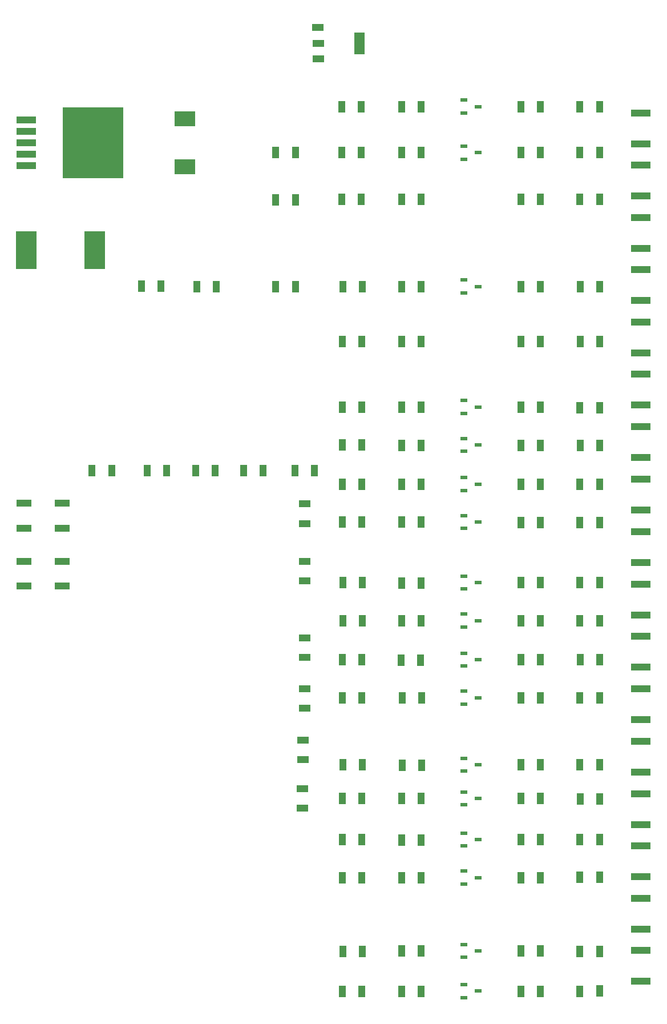
<source format=gbr>
%FSLAX34Y34*%
%MOMM*%
%LNSMDMASK_TOP*%
G71*
G01*
%ADD10R, 3.15X2.20*%
%ADD11R, 3.10X5.60*%
%ADD12R, 2.30X1.10*%
%ADD13R, 3.00X1.00*%
%ADD14R, 9.00X10.60*%
%ADD15R, 1.00X1.80*%
%ADD16R, 1.80X1.00*%
%ADD17R, 3.00X1.10*%
%ADD18R, 1.00X0.60*%
%ADD19R, 1.70X1.00*%
%ADD20R, 1.60X3.30*%
%LPD*%
X384175Y-252600D02*
G54D10*
D03*
X384175Y-181956D02*
G54D10*
D03*
X149225Y-376425D02*
G54D11*
D03*
X250031Y-376425D02*
G54D11*
D03*
X202406Y-788382D02*
G54D12*
D03*
X145256Y-788382D02*
G54D12*
D03*
X145256Y-751869D02*
G54D12*
D03*
X202406Y-751869D02*
G54D12*
D03*
X202406Y-874106D02*
G54D12*
D03*
X145256Y-874106D02*
G54D12*
D03*
X145256Y-837594D02*
G54D12*
D03*
X202406Y-837594D02*
G54D12*
D03*
X148431Y-183544D02*
G54D13*
D03*
X148431Y-200213D02*
G54D13*
D03*
X148431Y-216882D02*
G54D13*
D03*
X148431Y-234344D02*
G54D13*
D03*
X148431Y-251013D02*
G54D13*
D03*
X247650Y-216882D02*
G54D14*
D03*
X645715Y-163700D02*
G54D15*
D03*
X616789Y-163705D02*
G54D15*
D03*
X734615Y-163700D02*
G54D15*
D03*
X705689Y-163705D02*
G54D15*
D03*
X734615Y-231963D02*
G54D15*
D03*
X705689Y-231968D02*
G54D15*
D03*
X645715Y-231963D02*
G54D15*
D03*
X616789Y-231968D02*
G54D15*
D03*
X548084Y-231963D02*
G54D15*
D03*
X519158Y-231968D02*
G54D15*
D03*
X548084Y-301813D02*
G54D15*
D03*
X519158Y-301818D02*
G54D15*
D03*
X646112Y-301416D02*
G54D15*
D03*
X617186Y-301421D02*
G54D15*
D03*
X734615Y-301019D02*
G54D15*
D03*
X705689Y-301024D02*
G54D15*
D03*
X548084Y-430400D02*
G54D15*
D03*
X519158Y-430405D02*
G54D15*
D03*
X647303Y-430400D02*
G54D15*
D03*
X618377Y-430405D02*
G54D15*
D03*
X734615Y-430400D02*
G54D15*
D03*
X705689Y-430405D02*
G54D15*
D03*
X646906Y-512156D02*
G54D15*
D03*
X617980Y-512161D02*
G54D15*
D03*
X734615Y-512156D02*
G54D15*
D03*
X705689Y-512161D02*
G54D15*
D03*
X912018Y-430400D02*
G54D15*
D03*
X883092Y-430405D02*
G54D15*
D03*
X999728Y-430400D02*
G54D15*
D03*
X970802Y-430405D02*
G54D15*
D03*
X999728Y-511760D02*
G54D15*
D03*
X970802Y-511764D02*
G54D15*
D03*
X911622Y-511760D02*
G54D15*
D03*
X882696Y-511764D02*
G54D15*
D03*
X911622Y-608994D02*
G54D15*
D03*
X882696Y-608999D02*
G54D15*
D03*
X999331Y-609788D02*
G54D15*
D03*
X970405Y-609792D02*
G54D15*
D03*
X999728Y-665747D02*
G54D15*
D03*
X970802Y-665752D02*
G54D15*
D03*
X911622Y-665747D02*
G54D15*
D03*
X882696Y-665752D02*
G54D15*
D03*
X912018Y-723294D02*
G54D15*
D03*
X883092Y-723299D02*
G54D15*
D03*
X911622Y-780047D02*
G54D15*
D03*
X882696Y-780052D02*
G54D15*
D03*
X999331Y-723294D02*
G54D15*
D03*
X970405Y-723299D02*
G54D15*
D03*
X999331Y-780047D02*
G54D15*
D03*
X970405Y-780052D02*
G54D15*
D03*
X912018Y-869344D02*
G54D15*
D03*
X883092Y-869349D02*
G54D15*
D03*
X999331Y-869344D02*
G54D15*
D03*
X970405Y-869349D02*
G54D15*
D03*
X999331Y-925700D02*
G54D15*
D03*
X970405Y-925705D02*
G54D15*
D03*
X999728Y-983644D02*
G54D15*
D03*
X970802Y-983649D02*
G54D15*
D03*
X999331Y-1040000D02*
G54D15*
D03*
X970405Y-1040005D02*
G54D15*
D03*
X912018Y-983644D02*
G54D15*
D03*
X883092Y-983649D02*
G54D15*
D03*
X912018Y-1040000D02*
G54D15*
D03*
X883092Y-1040005D02*
G54D15*
D03*
X912018Y-1139219D02*
G54D15*
D03*
X883092Y-1139224D02*
G54D15*
D03*
X999331Y-1139616D02*
G54D15*
D03*
X970405Y-1139620D02*
G54D15*
D03*
X912018Y-1189225D02*
G54D15*
D03*
X883092Y-1189230D02*
G54D15*
D03*
X999728Y-1190019D02*
G54D15*
D03*
X970802Y-1190024D02*
G54D15*
D03*
X912018Y-1250344D02*
G54D15*
D03*
X883092Y-1250349D02*
G54D15*
D03*
X999331Y-1250344D02*
G54D15*
D03*
X970405Y-1250349D02*
G54D15*
D03*
X999331Y-1305906D02*
G54D15*
D03*
X970405Y-1305911D02*
G54D15*
D03*
X912018Y-1306700D02*
G54D15*
D03*
X883092Y-1306705D02*
G54D15*
D03*
X912018Y-1415444D02*
G54D15*
D03*
X883092Y-1415449D02*
G54D15*
D03*
X999331Y-1416238D02*
G54D15*
D03*
X970405Y-1416242D02*
G54D15*
D03*
X999331Y-1474975D02*
G54D15*
D03*
X970405Y-1474980D02*
G54D15*
D03*
X912018Y-1475372D02*
G54D15*
D03*
X883092Y-1475377D02*
G54D15*
D03*
X647303Y-1415841D02*
G54D15*
D03*
X618377Y-1415846D02*
G54D15*
D03*
X734615Y-1415444D02*
G54D15*
D03*
X705689Y-1415449D02*
G54D15*
D03*
X734615Y-1475372D02*
G54D15*
D03*
X705689Y-1475377D02*
G54D15*
D03*
X646906Y-1475372D02*
G54D15*
D03*
X617980Y-1475377D02*
G54D15*
D03*
X646906Y-608994D02*
G54D15*
D03*
X617980Y-608999D02*
G54D15*
D03*
X734615Y-609391D02*
G54D15*
D03*
X705689Y-609396D02*
G54D15*
D03*
X734615Y-665747D02*
G54D15*
D03*
X705689Y-665752D02*
G54D15*
D03*
X646906Y-665350D02*
G54D15*
D03*
X617980Y-665355D02*
G54D15*
D03*
X646906Y-723294D02*
G54D15*
D03*
X617980Y-723299D02*
G54D15*
D03*
X734615Y-723691D02*
G54D15*
D03*
X705689Y-723696D02*
G54D15*
D03*
X646906Y-779650D02*
G54D15*
D03*
X617980Y-779655D02*
G54D15*
D03*
X734615Y-779650D02*
G54D15*
D03*
X705689Y-779655D02*
G54D15*
D03*
X647303Y-869344D02*
G54D15*
D03*
X618377Y-869349D02*
G54D15*
D03*
X734615Y-869741D02*
G54D15*
D03*
X705689Y-869746D02*
G54D15*
D03*
X647303Y-925700D02*
G54D15*
D03*
X618377Y-925705D02*
G54D15*
D03*
X734615Y-925700D02*
G54D15*
D03*
X705689Y-925705D02*
G54D15*
D03*
X646906Y-983644D02*
G54D15*
D03*
X617980Y-983649D02*
G54D15*
D03*
X734218Y-984041D02*
G54D15*
D03*
X705292Y-984046D02*
G54D15*
D03*
X735409Y-1040397D02*
G54D15*
D03*
X706483Y-1040402D02*
G54D15*
D03*
X646906Y-1040000D02*
G54D15*
D03*
X617980Y-1040005D02*
G54D15*
D03*
X735409Y-1140013D02*
G54D15*
D03*
X706483Y-1140018D02*
G54D15*
D03*
X647303Y-1139219D02*
G54D15*
D03*
X618377Y-1139224D02*
G54D15*
D03*
X646906Y-1189225D02*
G54D15*
D03*
X617980Y-1189230D02*
G54D15*
D03*
X735012Y-1189225D02*
G54D15*
D03*
X706086Y-1189230D02*
G54D15*
D03*
X646906Y-1250344D02*
G54D15*
D03*
X617980Y-1250349D02*
G54D15*
D03*
X734615Y-1250741D02*
G54D15*
D03*
X705689Y-1250746D02*
G54D15*
D03*
X734615Y-1307097D02*
G54D15*
D03*
X705689Y-1307102D02*
G54D15*
D03*
X646906Y-1306700D02*
G54D15*
D03*
X617980Y-1306705D02*
G54D15*
D03*
X912018Y-163700D02*
G54D15*
D03*
X883092Y-163705D02*
G54D15*
D03*
X999331Y-163700D02*
G54D15*
D03*
X970405Y-163705D02*
G54D15*
D03*
X999331Y-231963D02*
G54D15*
D03*
X970405Y-231968D02*
G54D15*
D03*
X999331Y-301019D02*
G54D15*
D03*
X970405Y-301024D02*
G54D15*
D03*
X912018Y-231963D02*
G54D15*
D03*
X883092Y-231968D02*
G54D15*
D03*
X912018Y-301416D02*
G54D15*
D03*
X883092Y-301421D02*
G54D15*
D03*
X912018Y-925700D02*
G54D15*
D03*
X883092Y-925705D02*
G54D15*
D03*
X275431Y-703054D02*
G54D15*
D03*
X246505Y-703058D02*
G54D15*
D03*
X357187Y-703450D02*
G54D15*
D03*
X328261Y-703455D02*
G54D15*
D03*
X429418Y-703450D02*
G54D15*
D03*
X400492Y-703455D02*
G54D15*
D03*
X500062Y-703450D02*
G54D15*
D03*
X471136Y-703455D02*
G54D15*
D03*
X576262Y-703450D02*
G54D15*
D03*
X547336Y-703455D02*
G54D15*
D03*
X348853Y-430003D02*
G54D15*
D03*
X319927Y-430008D02*
G54D15*
D03*
X431006Y-430400D02*
G54D15*
D03*
X402080Y-430405D02*
G54D15*
D03*
X561975Y-781634D02*
G54D16*
D03*
X561970Y-752708D02*
G54D16*
D03*
X561975Y-866566D02*
G54D16*
D03*
X561970Y-837640D02*
G54D16*
D03*
X561975Y-980469D02*
G54D16*
D03*
X561970Y-951543D02*
G54D16*
D03*
X561975Y-1055875D02*
G54D16*
D03*
X561970Y-1026949D02*
G54D16*
D03*
X559197Y-1132075D02*
G54D16*
D03*
X559192Y-1103149D02*
G54D16*
D03*
X558403Y-1203513D02*
G54D16*
D03*
X558398Y-1174587D02*
G54D16*
D03*
X1060847Y-173225D02*
G54D17*
D03*
X1060847Y-218862D02*
G54D17*
D03*
X1060847Y-250219D02*
G54D17*
D03*
X1060847Y-295856D02*
G54D17*
D03*
X1060847Y-328006D02*
G54D17*
D03*
X1060847Y-373643D02*
G54D17*
D03*
X1060450Y-405000D02*
G54D17*
D03*
X1060450Y-450637D02*
G54D17*
D03*
X1060847Y-482788D02*
G54D17*
D03*
X1060847Y-528424D02*
G54D17*
D03*
X1060450Y-560575D02*
G54D17*
D03*
X1060450Y-606212D02*
G54D17*
D03*
X1060847Y-637966D02*
G54D17*
D03*
X1060847Y-683603D02*
G54D17*
D03*
X1060847Y-715754D02*
G54D17*
D03*
X1060847Y-761390D02*
G54D17*
D03*
X1060847Y-793541D02*
G54D17*
D03*
X1060847Y-839178D02*
G54D17*
D03*
X1060847Y-871725D02*
G54D17*
D03*
X1060847Y-917362D02*
G54D17*
D03*
X1060847Y-949116D02*
G54D17*
D03*
X1060847Y-994753D02*
G54D17*
D03*
X1060847Y-1026904D02*
G54D17*
D03*
X1060847Y-1072540D02*
G54D17*
D03*
X1060847Y-1104294D02*
G54D17*
D03*
X1060847Y-1149931D02*
G54D17*
D03*
X1060847Y-1182478D02*
G54D17*
D03*
X1060847Y-1228115D02*
G54D17*
D03*
X1060847Y-1259472D02*
G54D17*
D03*
X1060847Y-1305109D02*
G54D17*
D03*
X1060847Y-1337260D02*
G54D17*
D03*
X1060847Y-1382896D02*
G54D17*
D03*
X1060847Y-1414650D02*
G54D17*
D03*
X1060847Y-1460287D02*
G54D17*
D03*
X798115Y-599469D02*
G54D18*
D03*
X819546Y-608994D02*
G54D18*
D03*
X798115Y-618519D02*
G54D18*
D03*
X798115Y-420875D02*
G54D18*
D03*
X819546Y-430400D02*
G54D18*
D03*
X798115Y-439925D02*
G54D18*
D03*
X798115Y-655825D02*
G54D18*
D03*
X819546Y-665350D02*
G54D18*
D03*
X798115Y-674875D02*
G54D18*
D03*
X798115Y-713769D02*
G54D18*
D03*
X819546Y-723294D02*
G54D18*
D03*
X798115Y-732819D02*
G54D18*
D03*
X798115Y-770125D02*
G54D18*
D03*
X819546Y-779650D02*
G54D18*
D03*
X798115Y-789175D02*
G54D18*
D03*
X798115Y-859819D02*
G54D18*
D03*
X819546Y-869344D02*
G54D18*
D03*
X798115Y-878869D02*
G54D18*
D03*
X798115Y-974119D02*
G54D18*
D03*
X819546Y-983644D02*
G54D18*
D03*
X798115Y-993169D02*
G54D18*
D03*
X798115Y-1030475D02*
G54D18*
D03*
X819546Y-1040000D02*
G54D18*
D03*
X798115Y-1049525D02*
G54D18*
D03*
X798115Y-1129694D02*
G54D18*
D03*
X819546Y-1139219D02*
G54D18*
D03*
X798115Y-1148744D02*
G54D18*
D03*
X798115Y-1179700D02*
G54D18*
D03*
X819546Y-1189225D02*
G54D18*
D03*
X798115Y-1198750D02*
G54D18*
D03*
X798115Y-1240819D02*
G54D18*
D03*
X819546Y-1250344D02*
G54D18*
D03*
X798115Y-1259869D02*
G54D18*
D03*
X798115Y-1297175D02*
G54D18*
D03*
X819546Y-1306700D02*
G54D18*
D03*
X798115Y-1316225D02*
G54D18*
D03*
X798115Y-1405919D02*
G54D18*
D03*
X819546Y-1415444D02*
G54D18*
D03*
X798115Y-1424969D02*
G54D18*
D03*
X798115Y-1465450D02*
G54D18*
D03*
X819546Y-1474975D02*
G54D18*
D03*
X798115Y-1484500D02*
G54D18*
D03*
X798115Y-154175D02*
G54D18*
D03*
X819546Y-163700D02*
G54D18*
D03*
X798115Y-173225D02*
G54D18*
D03*
X798115Y-222438D02*
G54D18*
D03*
X819546Y-231963D02*
G54D18*
D03*
X798115Y-241488D02*
G54D18*
D03*
X798115Y-916175D02*
G54D18*
D03*
X819546Y-925700D02*
G54D18*
D03*
X798115Y-935225D02*
G54D18*
D03*
X581818Y-46225D02*
G54D19*
D03*
X582215Y-69641D02*
G54D19*
D03*
X582215Y-93056D02*
G54D19*
D03*
X642937Y-70038D02*
G54D20*
D03*
M02*

</source>
